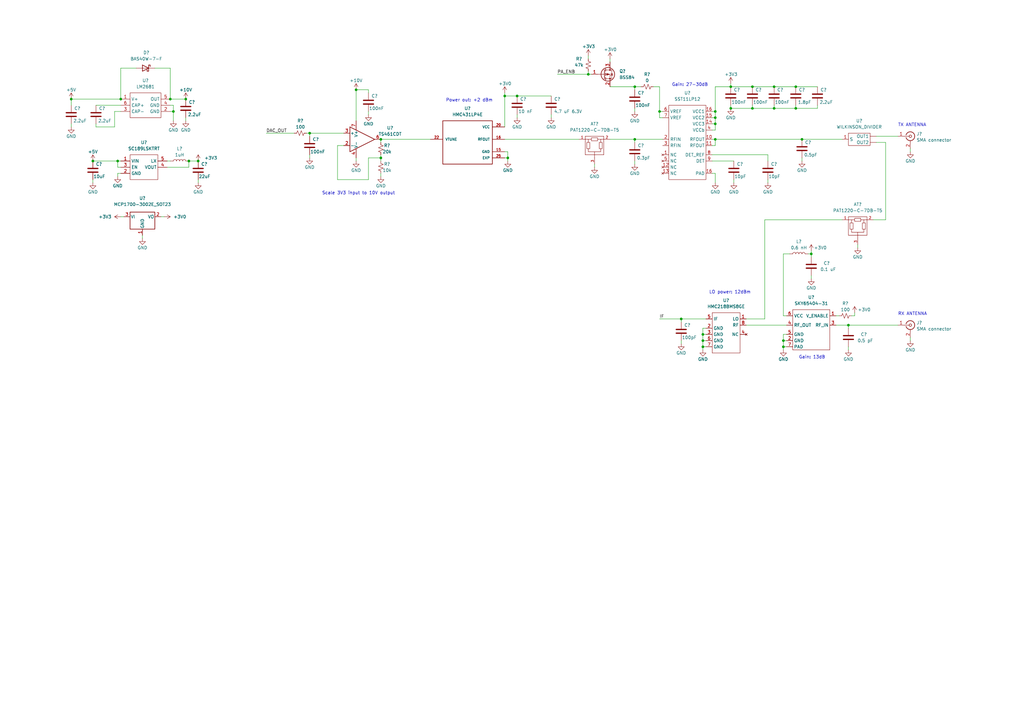
<source format=kicad_sch>
(kicad_sch (version 20211123) (generator eeschema)
  (paper "A3")
  (lib_symbols
    (symbol "Device:C" (pin_numbers hide) (pin_names (offset 0.254))
      (property "Reference" "C" (at 0.635 2.54 0))
      (property "Value" "C" (at 0.635 -2.54 0))
      (symbol "C_0_1"
        (polyline (pts (xy -2.032 -0.762) (xy 2.032 -0.762)) (stroke (width 0.508)))
        (polyline (pts (xy -2.032 0.762) (xy 2.032 0.762)) (stroke (width 0.508)))
      )
      (symbol "C_1_1"
        (pin passive line (at 0 3.81 270) (length 2.794) (name "~") (number "1"))
        (pin passive line (at 0 -3.81 90) (length 2.794) (name "~") (number "2"))
      )
    )
    (symbol "Device:D_Schottky" (pin_numbers hide) (pin_names (offset 1.016) hide)
      (property "Reference" "D" (at 0 2.54 0))
      (property "Value" "D_Schottky" (at 0 -2.54 0))
      (symbol "D_Schottky_0_1"
        (polyline (pts (xy 1.27 0) (xy -1.27 0)))
        (polyline (pts (xy 1.27 1.27) (xy 1.27 -1.27) (xy -1.27 0) (xy 1.27 1.27)) (stroke (width 0.254)))
        (polyline (pts (xy -1.905 0.635) (xy -1.905 1.27) (xy -1.27 1.27) (xy -1.27 -1.27) (xy -0.635 -1.27) (xy -0.635 -0.635)) (stroke (width 0.254)))
      )
      (symbol "D_Schottky_1_1"
        (pin passive line (at -3.81 0 0) (length 2.54) (name "K") (number "1"))
        (pin passive line (at 3.81 0 180) (length 2.54) (name "A") (number "2"))
      )
    )
    (symbol "Device:L" (pin_numbers hide) (pin_names (offset 1.016) hide)
      (property "Reference" "L" (at -1.27 0 90))
      (property "Value" "L" (at 1.905 0 90))
      (symbol "L_0_1"
        (arc (start 0 -2.54) (mid 0.635 -1.905) (end 0 -1.27))
        (arc (start 0 -1.27) (mid 0.635 -0.635) (end 0 0))
        (arc (start 0 0) (mid 0.635 0.635) (end 0 1.27))
        (arc (start 0 1.27) (mid 0.635 1.905) (end 0 2.54))
      )
      (symbol "L_1_1"
        (pin passive line (at 0 3.81 270) (length 1.27) (name "1") (number "1"))
        (pin passive line (at 0 -3.81 90) (length 1.27) (name "2") (number "2"))
      )
    )
    (symbol "Device:R_Small_US" (pin_numbers hide) (pin_names (offset 0.254) hide)
      (property "Reference" "R" (at 0.762 0.508 0))
      (property "Value" "R_Small_US" (at 0.762 -1.016 0))
      (symbol "R_Small_US_1_1"
        (polyline (pts (xy 0 0) (xy 1.016 -0.381) (xy 0 -0.762) (xy -1.016 -1.143) (xy 0 -1.524)))
        (polyline (pts (xy 0 1.524) (xy 1.016 1.143) (xy 0 0.762) (xy -1.016 0.381) (xy 0 0)))
        (pin passive line (at 0 2.54 270) (length 1.016) (name "~") (number "1"))
        (pin passive line (at 0 -2.54 90) (length 1.016) (name "~") (number "2"))
      )
    )
    (symbol "PAT1220-C-1DB-T5_1" (pin_names (offset 1.016) hide)
      (property "Reference" "AT" (at -3.81 3.81 0))
      (property "Value" "PAT1220-C-1DB-T5_1" (at 2.54 -7.6454 0))
      (symbol "PAT1220-C-1DB-T5_1_0_0"
        (pin passive line (at -6.35 2.54 0) (length 2.54) (name "~") (number "1"))
        (pin passive line (at 6.35 2.54 180) (length 2.54) (name "~") (number "2"))
        (pin passive line (at 0 -7.62 90) (length 2.54) (name "~") (number "3"))
      )
      (symbol "PAT1220-C-1DB-T5_1_1_1"
        (polyline (pts (xy -3.81 2.54) (xy -1.27 2.54)))
        (polyline (pts (xy -2.54 1.27) (xy -2.54 2.54)))
        (polyline (pts (xy 0 -5.08) (xy 0 -2.54)))
        (polyline (pts (xy 1.27 2.54) (xy 3.81 2.54)))
        (polyline (pts (xy 2.54 1.27) (xy 2.54 2.54)))
        (polyline (pts (xy -2.54 -1.27) (xy -2.54 -2.54) (xy 2.54 -2.54) (xy 2.54 -1.27)))
        (polyline (pts (xy -3.81 3.81) (xy -3.81 -3.81) (xy 3.81 -3.81) (xy 3.81 3.81) (xy -3.81 3.81)))
        (polyline (pts (xy -2.54 1.27) (xy -1.905 1.27) (xy -1.905 -1.27) (xy -3.175 -1.27) (xy -3.175 1.27) (xy -2.54 1.27)))
        (polyline (pts (xy -1.27 2.54) (xy -1.27 3.175) (xy 1.27 3.175) (xy 1.27 1.905) (xy -1.27 1.905) (xy -1.27 2.54)))
        (polyline (pts (xy 1.905 1.27) (xy 3.175 1.27) (xy 3.175 -1.27) (xy 1.905 -1.27) (xy 1.905 1.27) (xy 1.905 1.27)))
      )
    )
    (symbol "Regulator_Linear:MCP1700-3002E_SOT23" (pin_names (offset 0.254))
      (property "Reference" "U?" (at 0 7.62 0))
      (property "Value" "MCP1700-3002E_SOT23" (at 0 5.08 0))
      (symbol "MCP1700-3002E_SOT23_0_1"
        (rectangle (start -5.08 1.905) (end 5.08 -5.08) (stroke (width 0.254)))
      )
      (symbol "MCP1700-3002E_SOT23_1_1"
        (pin power_in line (at 0 -7.62 90) (length 2.54) (name "GND") (number "1"))
        (pin power_out line (at 7.62 0 180) (length 2.54) (name "VO") (number "2"))
        (pin power_in line (at -7.62 0 0) (length 2.54) (name "VI") (number "3"))
      )
    )
    (symbol "TS461CDT_1" (pin_names (offset 0.127))
      (property "Reference" "U" (at 0 5.08 0))
      (property "Value" "TS461CDT_1" (at 0 -5.08 0))
      (symbol "TS461CDT_1_0_1"
        (polyline (pts (xy -5.08 5.08) (xy 5.08 0) (xy -5.08 -5.08) (xy -5.08 5.08)) (stroke (width 0.254)))
        (pin power_in line (at -2.54 -7.62 90) (length 3.81) (name "V-") (number "4"))
        (pin power_in line (at -2.54 7.62 270) (length 3.81) (name "V+") (number "7"))
      )
      (symbol "TS461CDT_1_1_1"
        (pin input line (at -7.62 -2.54 0) (length 2.54) (name "-") (number "2"))
        (pin input line (at -7.62 2.54 0) (length 2.54) (name "+") (number "3"))
        (pin output line (at 7.62 0 180) (length 2.54) (name "~") (number "6"))
      )
    )
    (symbol "Transistor_FET:BSS84" (pin_names hide)
      (property "Reference" "Q" (at 5.08 1.905 0))
      (property "Value" "BSS84" (at 5.08 0 0))
      (symbol "BSS84_0_1"
        (polyline (pts (xy 0.254 0) (xy -2.54 0)))
        (polyline (pts (xy 0.254 1.905) (xy 0.254 -1.905)) (stroke (width 0.254)))
        (polyline (pts (xy 0.762 -1.27) (xy 0.762 -2.286)) (stroke (width 0.254)))
        (polyline (pts (xy 0.762 0.508) (xy 0.762 -0.508)) (stroke (width 0.254)))
        (polyline (pts (xy 0.762 2.286) (xy 0.762 1.27)) (stroke (width 0.254)))
        (polyline (pts (xy 2.54 2.54) (xy 2.54 1.778)))
        (polyline (pts (xy 2.54 -2.54) (xy 2.54 0) (xy 0.762 0)))
        (polyline (pts (xy 0.762 1.778) (xy 3.302 1.778) (xy 3.302 -1.778) (xy 0.762 -1.778)))
        (polyline (pts (xy 2.286 0) (xy 1.27 0.381) (xy 1.27 -0.381) (xy 2.286 0)) (fill (type outline)))
        (polyline (pts (xy 2.794 -0.508) (xy 2.921 -0.381) (xy 3.683 -0.381) (xy 3.81 -0.254)))
        (polyline (pts (xy 3.302 -0.381) (xy 2.921 0.254) (xy 3.683 0.254) (xy 3.302 -0.381)))
        (circle (center 1.651 0) (radius 2.794) (stroke (width 0.254)))
        (circle (center 2.54 -1.778) (radius 0.254) (fill (type outline)))
        (circle (center 2.54 1.778) (radius 0.254) (fill (type outline)))
      )
      (symbol "BSS84_1_1"
        (pin input line (at -5.08 0 0) (length 2.54) (name "G") (number "1"))
        (pin passive line (at 2.54 -5.08 90) (length 2.54) (name "S") (number "2"))
        (pin passive line (at 2.54 5.08 270) (length 2.54) (name "D") (number "3"))
      )
    )
    (symbol "ccr-library:HMC218BMS8GE"
      (property "Reference" "U" (at 0 1.27 0))
      (property "Value" "HMC218BMS8GE" (at 7.62 -17.78 0))
      (symbol "HMC218BMS8GE_0_1"
        (rectangle (start 0 0) (end 11.43 -16.51))
      )
      (symbol "HMC218BMS8GE_1_1"
        (pin input line (at -2.54 -2.54 0) (length 2.54) (name "LO") (number "1"))
        (pin power_in line (at 13.97 -6.35 180) (length 2.54) (name "GND") (number "2"))
        (pin power_in line (at 13.97 -8.89 180) (length 2.54) (name "GND") (number "3"))
        (pin no_connect line (at -2.54 -8.89 0) (length 2.54) (name "NC") (number "4"))
        (pin output line (at 13.97 -2.54 180) (length 2.54) (name "IF") (number "5"))
        (pin power_in line (at 13.97 -11.43 180) (length 2.54) (name "GND") (number "6"))
        (pin power_in line (at 13.97 -13.97 180) (length 2.54) (name "GND") (number "7"))
        (pin input line (at -2.54 -5.08 0) (length 2.54) (name "RF") (number "8"))
      )
    )
    (symbol "ccr-library:HMC431LP4E" (pin_names (offset 1.016))
      (property "Reference" "U?" (at 0 13.97 0))
      (property "Value" "HMC431LP4E" (at 0 11.43 0))
      (symbol "HMC431LP4E_0_0"
        (rectangle (start -10.16 -8.89) (end 10.16 8.89) (stroke (width 0.254)))
        (pin passive line (at 15.24 -3.81 180) (length 5.08) (name "GND") (number "15"))
        (pin output line (at 15.24 1.27 180) (length 5.08) (name "RFOUT") (number "16"))
        (pin power_in line (at 15.24 6.35 180) (length 5.08) (name "VCC") (number "20"))
        (pin input line (at -15.24 1.27 0) (length 5.08) (name "VTUNE") (number "22"))
        (pin passive line (at 15.24 -6.35 180) (length 5.08) (name "EXP") (number "25"))
      )
    )
    (symbol "ccr-library:LM2681"
      (property "Reference" "U" (at 0 1.27 0))
      (property "Value" "LM2681" (at 3.81 -11.43 0))
      (symbol "LM2681_0_1"
        (rectangle (start 0 0) (end 12.7 -10.16))
        (pin power_in line (at -3.81 -2.54 0) (length 3.81) (name "V+") (number "1"))
        (pin input line (at 16.51 -7.62 180) (length 3.81) (name "GND") (number "2"))
        (pin passive line (at -3.81 -7.62 0) (length 3.81) (name "CAP-") (number "3"))
        (pin input line (at 16.51 -5.08 180) (length 3.81) (name "GND") (number "4"))
        (pin power_out line (at 16.51 -2.54 180) (length 3.81) (name "OUT") (number "5"))
        (pin passive line (at -3.81 -5.08 0) (length 3.81) (name "CAP+") (number "6"))
      )
    )
    (symbol "ccr-library:SC189LSKTRT"
      (property "Reference" "U" (at 0 0 0))
      (property "Value" "SC189LSKTRT" (at 0 0 0))
      (symbol "SC189LSKTRT_0_1"
        (rectangle (start 0 0) (end 11.43 -10.16))
        (pin power_in line (at -3.81 -2.54 0) (length 3.81) (name "VIN") (number "1"))
        (pin power_in line (at -3.81 -7.62 0) (length 3.81) (name "GND") (number "2"))
        (pin input line (at -3.81 -5.08 0) (length 3.81) (name "EN") (number "3"))
        (pin power_out line (at 15.24 -5.08 180) (length 3.81) (name "VOUT") (number "4"))
        (pin output line (at 15.24 -2.54 180) (length 3.81) (name "LX") (number "5"))
      )
    )
    (symbol "ccr-library:SKY65404-31"
      (property "Reference" "U" (at 0 1.27 0))
      (property "Value" "SKY65404-31" (at 6.35 -17.78 0))
      (symbol "SKY65404-31_0_1"
        (rectangle (start 0 0) (end 15.24 -16.51))
      )
      (symbol "SKY65404-31_1_1"
        (pin input line (at -2.54 -2.54 0) (length 2.54) (name "V_ENABLE") (number "1"))
        (pin power_in line (at 17.78 -12.7 180) (length 2.54) (name "GND") (number "2"))
        (pin input line (at -2.54 -6.35 0) (length 2.54) (name "RF_IN") (number "3"))
        (pin output line (at 17.78 -6.35 180) (length 2.54) (name "RF_OUT") (number "4"))
        (pin power_in line (at 17.78 -10.16 180) (length 2.54) (name "GND") (number "5"))
        (pin power_in line (at 17.78 -2.54 180) (length 2.54) (name "VCC") (number "6"))
        (pin power_in line (at 17.78 -15.24 180) (length 2.54) (name "PAD") (number "7"))
      )
    )
    (symbol "ccr-library:SMA connector" (pin_names (offset 1.016) hide)
      (property "Reference" "J" (at 0.254 3.048 0))
      (property "Value" "SMA connector" (at 2.921 0 90))
      (symbol "SMA connector_0_1"
        (arc (start -1.778 -0.508) (mid 0.222 -1.808) (end 1.778 0) (stroke (width 0.254)))
        (polyline (pts (xy -2.54 0) (xy -0.508 0)))
        (polyline (pts (xy 0 -2.54) (xy 0 -1.778)))
        (circle (center 0 0) (radius 0.508) (stroke (width 0.2032)))
        (arc (start 1.778 0) (mid 0.222 1.8083) (end -1.778 0.508) (stroke (width 0.254)))
      )
      (symbol "SMA connector_1_1"
        (pin passive line (at -5.08 0 0) (length 2.54) (name "In") (number "1"))
        (pin passive line (at 0 -5.08 90) (length 2.54) (name "Ext") (number "2"))
      )
    )
    (symbol "ccr-library:SST11LP12"
      (property "Reference" "U" (at 1.27 1.27 0))
      (property "Value" "SST11LP12" (at 5.08 -31.75 0))
      (symbol "SST11LP12_0_1"
        (rectangle (start 0 0) (end 15.24 -30.48))
      )
      (symbol "SST11LP12_1_1"
        (pin no_connect line (at -2.54 -20.32 0) (length 2.54) (name "NC") (number "1"))
        (pin power_in line (at 17.78 -13.97 180) (length 2.54) (name "RFOUT") (number "10"))
        (pin power_in line (at 17.78 -16.51 180) (length 2.54) (name "RFOUT") (number "11"))
        (pin no_connect line (at -2.54 -25.4 0) (length 2.54) (name "NC") (number "12"))
        (pin no_connect line (at -2.54 -27.94 0) (length 2.54) (name "NC") (number "13"))
        (pin power_in line (at 17.78 -7.62 180) (length 2.54) (name "VCC3") (number "14"))
        (pin power_in line (at 17.78 -5.08 180) (length 2.54) (name "VCC2") (number "15"))
        (pin power_in line (at 17.78 -27.94 180) (length 2.54) (name "PAD") (number "16"))
        (pin power_in line (at 17.78 -2.54 180) (length 2.54) (name "VCC1") (number "16"))
        (pin input line (at -2.54 -13.97 0) (length 2.54) (name "RFIN") (number "2"))
        (pin input line (at -2.54 -16.51 0) (length 2.54) (name "RFIN") (number "3"))
        (pin power_in line (at 17.78 -10.16 180) (length 2.54) (name "VCCb") (number "4"))
        (pin no_connect line (at -2.54 -22.86 0) (length 2.54) (name "NC") (number "5"))
        (pin power_in line (at -2.54 -2.54 0) (length 2.54) (name "VREF") (number "6"))
        (pin power_in line (at -2.54 -5.08 0) (length 2.54) (name "VREF") (number "7"))
        (pin power_in line (at 17.78 -20.32 180) (length 2.54) (name "DET_REF") (number "8"))
        (pin power_in line (at 17.78 -22.86 180) (length 2.54) (name "DET") (number "9"))
      )
    )
    (symbol "ccr-library:WILKINSON_DIVIDER"
      (property "Reference" "U" (at 0 1.27 0))
      (property "Value" "WILKINSON_DIVIDER" (at 3.81 -10.16 0))
      (symbol "WILKINSON_DIVIDER_0_1"
        (rectangle (start 0 0) (end 8.89 -5.08))
      )
      (symbol "WILKINSON_DIVIDER_1_1"
        (pin output line (at 11.43 -1.27 180) (length 2.54) (name "OUT1") (number ""))
        (pin output line (at 11.43 -3.81 180) (length 2.54) (name "OUT2") (number ""))
        (pin input line (at -2.54 -2.54 0) (length 2.54) (name "S") (number "1"))
      )
    )
    (symbol "power:+10V" (power) (pin_names (offset 0))
      (property "Value" "+10V" (at 0 3.556 0))
      (symbol "+10V_0_1"
        (polyline (pts (xy -0.762 1.27) (xy 0 2.54)))
        (polyline (pts (xy 0 0) (xy 0 2.54)))
        (polyline (pts (xy 0 2.54) (xy 0.762 1.27)))
      )
      (symbol "+10V_1_1"
        (pin power_in line (at 0 0 90) (length 0) hide (name "+10V") (number "1"))
      )
    )
    (symbol "power:+3V0" (power) (pin_names (offset 0))
      (property "Value" "+3V0" (at 0 3.556 0))
      (symbol "+3V0_0_1"
        (polyline (pts (xy -0.762 1.27) (xy 0 2.54)))
        (polyline (pts (xy 0 0) (xy 0 2.54)))
        (polyline (pts (xy 0 2.54) (xy 0.762 1.27)))
      )
      (symbol "+3V0_1_1"
        (pin power_in line (at 0 0 90) (length 0) hide (name "+3V0") (number "1"))
      )
    )
    (symbol "power:+3V3" (power) (pin_names (offset 0))
      (property "Value" "+3V3" (at 0 3.556 0))
      (symbol "+3V3_0_1"
        (polyline (pts (xy -0.762 1.27) (xy 0 2.54)))
        (polyline (pts (xy 0 0) (xy 0 2.54)))
        (polyline (pts (xy 0 2.54) (xy 0.762 1.27)))
      )
      (symbol "+3V3_1_1"
        (pin power_in line (at 0 0 90) (length 0) hide (name "+3V3") (number "1"))
      )
    )
    (symbol "power:+5V" (power) (pin_names (offset 0))
      (property "Value" "+5V" (at 0 3.556 0))
      (symbol "+5V_0_1"
        (polyline (pts (xy -0.762 1.27) (xy 0 2.54)))
        (polyline (pts (xy 0 0) (xy 0 2.54)))
        (polyline (pts (xy 0 2.54) (xy 0.762 1.27)))
      )
      (symbol "+5V_1_1"
        (pin power_in line (at 0 0 90) (length 0) hide (name "+5V") (number "1"))
      )
    )
    (symbol "power:GND" (power) (pin_names (offset 0))
      (property "Value" "GND" (at 0 -3.81 0))
      (symbol "GND_0_1"
        (polyline (pts (xy 0 0) (xy 0 -1.27) (xy 1.27 -1.27) (xy 0 -2.54) (xy -1.27 -1.27) (xy 0 -1.27)))
      )
      (symbol "GND_1_1"
        (pin power_in line (at 0 0 270) (length 0) hide (name "GND") (number "1"))
      )
    )
  )
  (junction (at 326.39 44.45))
  (junction (at 207.01 39.37))
  (junction (at 156.21 64.77))
  (junction (at 293.37 57.15))
  (junction (at 71.12 45.72))
  (junction (at 241.3 30.48))
  (junction (at 288.29 137.16))
  (junction (at 49.53 40.64))
  (junction (at 29.21 40.64))
  (junction (at 77.47 66.04))
  (junction (at 127 54.61))
  (junction (at 299.72 35.56))
  (junction (at 299.72 44.45))
  (junction (at 293.37 50.8))
  (junction (at 317.5 44.45))
  (junction (at 332.74 104.14))
  (junction (at 328.93 57.15))
  (junction (at 208.28 64.77))
  (junction (at 212.09 39.37))
  (junction (at 81.28 66.04))
  (junction (at 270.51 45.72))
  (junction (at 146.05 36.83))
  (junction (at 326.39 35.56))
  (junction (at 260.35 57.15))
  (junction (at 69.85 40.64))
  (junction (at 293.37 45.72))
  (junction (at 317.5 35.56))
  (junction (at 48.26 66.04))
  (junction (at 321.31 142.24))
  (junction (at 308.61 35.56))
  (junction (at 156.21 57.15))
  (junction (at 321.31 139.7))
  (junction (at 260.35 35.56))
  (junction (at 279.4 130.81))
  (junction (at 347.98 133.35))
  (junction (at 288.29 142.24))
  (junction (at 308.61 44.45))
  (junction (at 293.37 48.26))
  (junction (at 38.1 66.04))
  (junction (at 76.2 40.64))
  (junction (at 288.29 139.7))
  (wire (pts (xy 350.52 129.54) (xy 350.52 128.27)))
  (wire (pts (xy 208.28 62.23) (xy 207.01 62.23)))
  (wire (pts (xy 151.13 73.66) (xy 151.13 64.77)))
  (wire (pts (xy 293.37 57.15) (xy 328.93 57.15)))
  (wire (pts (xy 328.93 57.15) (xy 345.44 57.15)))
  (wire (pts (xy 151.13 36.83) (xy 151.13 38.1)))
  (wire (pts (xy 38.1 66.04) (xy 48.26 66.04)))
  (wire (pts (xy 308.61 35.56) (xy 317.5 35.56)))
  (wire (pts (xy 292.1 59.69) (xy 293.37 59.69)))
  (wire (pts (xy 347.98 133.35) (xy 368.3 133.35)))
  (wire (pts (xy 293.37 48.26) (xy 293.37 45.72)))
  (wire (pts (xy 151.13 45.72) (xy 151.13 46.99)))
  (wire (pts (xy 322.58 129.54) (xy 321.31 129.54)))
  (wire (pts (xy 69.85 45.72) (xy 71.12 45.72)))
  (wire (pts (xy 151.13 64.77) (xy 156.21 64.77)))
  (wire (pts (xy 335.28 44.45) (xy 326.39 44.45)))
  (wire (pts (xy 29.21 50.8) (xy 29.21 52.07)))
  (wire (pts (xy 138.43 73.66) (xy 151.13 73.66)))
  (wire (pts (xy 308.61 43.18) (xy 308.61 44.45)))
  (wire (pts (xy 288.29 139.7) (xy 288.29 137.16)))
  (wire (pts (xy 292.1 57.15) (xy 293.37 57.15)))
  (wire (pts (xy 292.1 71.12) (xy 293.37 71.12)))
  (wire (pts (xy 46.99 52.07) (xy 46.99 45.72)))
  (wire (pts (xy 292.1 45.72) (xy 293.37 45.72)))
  (wire (pts (xy 212.09 39.37) (xy 226.06 39.37)))
  (wire (pts (xy 29.21 40.64) (xy 49.53 40.64)))
  (wire (pts (xy 127 63.5) (xy 127 64.77)))
  (wire (pts (xy 69.85 40.64) (xy 76.2 40.64)))
  (wire (pts (xy 373.38 138.43) (xy 373.38 139.7)))
  (wire (pts (xy 332.74 104.14) (xy 332.74 105.41)))
  (wire (pts (xy 77.47 68.58) (xy 77.47 66.04)))
  (wire (pts (xy 146.05 49.53) (xy 146.05 36.83)))
  (wire (pts (xy 314.96 73.66) (xy 314.96 74.93)))
  (wire (pts (xy 363.22 58.42) (xy 363.22 90.17)))
  (wire (pts (xy 321.31 142.24) (xy 322.58 142.24)))
  (wire (pts (xy 363.22 90.17) (xy 358.14 90.17)))
  (wire (pts (xy 293.37 50.8) (xy 293.37 48.26)))
  (wire (pts (xy 207.01 38.1) (xy 207.01 39.37)))
  (wire (pts (xy 63.5 27.94) (xy 69.85 27.94)))
  (wire (pts (xy 373.38 60.96) (xy 373.38 62.23)))
  (wire (pts (xy 293.37 59.69) (xy 293.37 57.15)))
  (wire (pts (xy 207.01 64.77) (xy 208.28 64.77)))
  (wire (pts (xy 48.26 66.04) (xy 49.53 66.04)))
  (wire (pts (xy 332.74 113.03) (xy 332.74 114.3)))
  (wire (pts (xy 138.43 59.69) (xy 138.43 73.66)))
  (wire (pts (xy 270.51 130.81) (xy 279.4 130.81)))
  (wire (pts (xy 347.98 133.35) (xy 347.98 134.62)))
  (wire (pts (xy 207.01 57.15) (xy 237.49 57.15)))
  (wire (pts (xy 321.31 137.16) (xy 322.58 137.16)))
  (wire (pts (xy 81.28 73.66) (xy 81.28 74.93)))
  (wire (pts (xy 243.84 67.31) (xy 243.84 68.58)))
  (wire (pts (xy 326.39 43.18) (xy 326.39 44.45)))
  (wire (pts (xy 293.37 35.56) (xy 299.72 35.56)))
  (wire (pts (xy 39.37 50.8) (xy 39.37 52.07)))
  (wire (pts (xy 317.5 43.18) (xy 317.5 44.45)))
  (wire (pts (xy 38.1 73.66) (xy 38.1 74.93)))
  (wire (pts (xy 292.1 48.26) (xy 293.37 48.26)))
  (wire (pts (xy 345.44 90.17) (xy 313.69 90.17)))
  (wire (pts (xy 332.74 102.87) (xy 332.74 104.14)))
  (wire (pts (xy 241.3 29.21) (xy 241.3 30.48)))
  (wire (pts (xy 77.47 66.04) (xy 81.28 66.04)))
  (wire (pts (xy 326.39 35.56) (xy 335.28 35.56)))
  (wire (pts (xy 299.72 43.18) (xy 299.72 44.45)))
  (wire (pts (xy 250.19 24.13) (xy 250.19 25.4)))
  (wire (pts (xy 46.99 45.72) (xy 49.53 45.72)))
  (wire (pts (xy 39.37 43.18) (xy 49.53 43.18)))
  (wire (pts (xy 321.31 129.54) (xy 321.31 104.14)))
  (wire (pts (xy 140.97 59.69) (xy 138.43 59.69)))
  (wire (pts (xy 321.31 139.7) (xy 322.58 139.7)))
  (wire (pts (xy 279.4 132.08) (xy 279.4 130.81)))
  (wire (pts (xy 292.1 53.34) (xy 293.37 53.34)))
  (wire (pts (xy 299.72 34.29) (xy 299.72 35.56)))
  (wire (pts (xy 349.25 129.54) (xy 350.52 129.54)))
  (wire (pts (xy 270.51 45.72) (xy 271.78 45.72)))
  (wire (pts (xy 317.5 44.45) (xy 308.61 44.45)))
  (wire (pts (xy 299.72 35.56) (xy 308.61 35.56)))
  (wire (pts (xy 212.09 46.99) (xy 212.09 48.26)))
  (wire (pts (xy 156.21 64.77) (xy 156.21 66.04)))
  (wire (pts (xy 288.29 134.62) (xy 289.56 134.62)))
  (wire (pts (xy 270.51 35.56) (xy 270.51 45.72)))
  (wire (pts (xy 292.1 50.8) (xy 293.37 50.8)))
  (wire (pts (xy 49.53 68.58) (xy 48.26 68.58)))
  (wire (pts (xy 146.05 36.83) (xy 151.13 36.83)))
  (wire (pts (xy 71.12 43.18) (xy 71.12 45.72)))
  (wire (pts (xy 267.97 35.56) (xy 270.51 35.56)))
  (wire (pts (xy 260.35 58.42) (xy 260.35 57.15)))
  (wire (pts (xy 288.29 142.24) (xy 288.29 139.7)))
  (wire (pts (xy 351.79 100.33) (xy 351.79 101.6)))
  (wire (pts (xy 49.53 27.94) (xy 49.53 40.64)))
  (wire (pts (xy 127 54.61) (xy 140.97 54.61)))
  (wire (pts (xy 292.1 63.5) (xy 314.96 63.5)))
  (wire (pts (xy 109.22 54.61) (xy 120.65 54.61)))
  (wire (pts (xy 260.35 36.83) (xy 260.35 35.56)))
  (wire (pts (xy 48.26 71.12) (xy 49.53 71.12)))
  (wire (pts (xy 39.37 52.07) (xy 46.99 52.07)))
  (wire (pts (xy 359.41 58.42) (xy 363.22 58.42)))
  (wire (pts (xy 228.6 30.48) (xy 241.3 30.48)))
  (wire (pts (xy 300.99 73.66) (xy 300.99 74.93)))
  (wire (pts (xy 48.26 72.39) (xy 48.26 71.12)))
  (wire (pts (xy 308.61 44.45) (xy 299.72 44.45)))
  (wire (pts (xy 260.35 35.56) (xy 262.89 35.56)))
  (wire (pts (xy 260.35 44.45) (xy 260.35 45.72)))
  (wire (pts (xy 66.04 88.9) (xy 67.31 88.9)))
  (wire (pts (xy 208.28 66.04) (xy 208.28 64.77)))
  (wire (pts (xy 207.01 39.37) (xy 212.09 39.37)))
  (wire (pts (xy 321.31 104.14) (xy 323.85 104.14)))
  (wire (pts (xy 293.37 45.72) (xy 293.37 35.56)))
  (wire (pts (xy 270.51 48.26) (xy 271.78 48.26)))
  (wire (pts (xy 306.07 133.35) (xy 322.58 133.35)))
  (wire (pts (xy 321.31 142.24) (xy 321.31 139.7)))
  (wire (pts (xy 306.07 130.81) (xy 313.69 130.81)))
  (wire (pts (xy 260.35 57.15) (xy 271.78 57.15)))
  (wire (pts (xy 241.3 22.86) (xy 241.3 24.13)))
  (wire (pts (xy 71.12 45.72) (xy 71.12 49.53)))
  (wire (pts (xy 331.47 104.14) (xy 332.74 104.14)))
  (wire (pts (xy 347.98 142.24) (xy 347.98 143.51)))
  (wire (pts (xy 342.9 133.35) (xy 347.98 133.35)))
  (wire (pts (xy 208.28 64.77) (xy 208.28 62.23)))
  (wire (pts (xy 270.51 45.72) (xy 270.51 48.26)))
  (wire (pts (xy 69.85 27.94) (xy 69.85 40.64)))
  (wire (pts (xy 293.37 53.34) (xy 293.37 50.8)))
  (wire (pts (xy 279.4 130.81) (xy 289.56 130.81)))
  (wire (pts (xy 321.31 143.51) (xy 321.31 142.24)))
  (wire (pts (xy 326.39 44.45) (xy 317.5 44.45)))
  (wire (pts (xy 313.69 90.17) (xy 313.69 130.81)))
  (wire (pts (xy 321.31 139.7) (xy 321.31 137.16)))
  (wire (pts (xy 156.21 57.15) (xy 156.21 58.42)))
  (wire (pts (xy 29.21 43.18) (xy 29.21 40.64)))
  (wire (pts (xy 314.96 63.5) (xy 314.96 66.04)))
  (wire (pts (xy 288.29 142.24) (xy 289.56 142.24)))
  (wire (pts (xy 127 54.61) (xy 127 55.88)))
  (wire (pts (xy 156.21 63.5) (xy 156.21 64.77)))
  (wire (pts (xy 288.29 143.51) (xy 288.29 142.24)))
  (wire (pts (xy 68.58 66.04) (xy 69.85 66.04)))
  (wire (pts (xy 288.29 137.16) (xy 289.56 137.16)))
  (wire (pts (xy 292.1 66.04) (xy 300.99 66.04)))
  (wire (pts (xy 226.06 46.99) (xy 226.06 48.26)))
  (wire (pts (xy 68.58 68.58) (xy 77.47 68.58)))
  (wire (pts (xy 125.73 54.61) (xy 127 54.61)))
  (wire (pts (xy 69.85 43.18) (xy 71.12 43.18)))
  (wire (pts (xy 76.2 48.26) (xy 76.2 49.53)))
  (wire (pts (xy 55.88 27.94) (xy 49.53 27.94)))
  (wire (pts (xy 146.05 64.77) (xy 146.05 66.04)))
  (wire (pts (xy 335.28 43.18) (xy 335.28 44.45)))
  (wire (pts (xy 49.53 88.9) (xy 50.8 88.9)))
  (wire (pts (xy 207.01 52.07) (xy 207.01 39.37)))
  (wire (pts (xy 288.29 139.7) (xy 289.56 139.7)))
  (wire (pts (xy 48.26 68.58) (xy 48.26 66.04)))
  (wire (pts (xy 156.21 57.15) (xy 176.53 57.15)))
  (wire (pts (xy 241.3 30.48) (xy 242.57 30.48)))
  (wire (pts (xy 288.29 137.16) (xy 288.29 134.62)))
  (wire (pts (xy 58.42 97.79) (xy 58.42 96.52)))
  (wire (pts (xy 156.21 71.12) (xy 156.21 72.39)))
  (wire (pts (xy 317.5 35.56) (xy 326.39 35.56)))
  (wire (pts (xy 293.37 71.12) (xy 293.37 74.93)))
  (wire (pts (xy 260.35 66.04) (xy 260.35 67.31)))
  (wire (pts (xy 359.41 55.88) (xy 368.3 55.88)))
  (wire (pts (xy 250.19 35.56) (xy 260.35 35.56)))
  (wire (pts (xy 342.9 129.54) (xy 344.17 129.54)))
  (wire (pts (xy 250.19 57.15) (xy 260.35 57.15)))
  (wire (pts (xy 328.93 64.77) (xy 328.93 66.04)))
  (wire (pts (xy 279.4 139.7) (xy 279.4 140.97)))
  (text "RX ANTENNA" (at 368.3 129.54 0) (effects (font (size 1.27 1.27)) (justify left bottom)))
  (text "Gain: 13dB" (at 327.66 147.32 0) (effects (font (size 1.27 1.27)) (justify left bottom)))
  (text "LO power: 12dBm" (at 290.83 120.65 0) (effects (font (size 1.27 1.27)) (justify left bottom)))
  (text "Power out: +2 dBm" (at 182.88 41.91 0) (effects (font (size 1.27 1.27)) (justify left bottom)))
  (text "Scale 3V3 input to 10V output" (at 132.08 80.01 0) (effects (font (size 1.27 1.27)) (justify left bottom)))
  (text "Gain: 27-30dB" (at 275.59 35.56 0) (effects (font (size 1.27 1.27)) (justify left bottom)))
  (text "TX ANTENNA" (at 368.3 52.07 0) (effects (font (size 1.27 1.27)) (justify left bottom)))
  (label "PA_ENB" (at 228.6 30.48 0))
  (label "IF" (at 270.51 130.81 0))
  (label "DAC_OUT" (at 109.22 54.61 0))
  (symbol (lib_id "Device:C") (at 328.93 60.96 0) (mirror y) (unit 1)
    (property "Reference" "C?" (at 332.74 58.42 0) (effects (justify left)))
    (property "Value" "0.5pF" (at 335.28 63.5 0) (effects (justify left)))
    (property "Footprint" "Capacitor_SMD:C_0402_1005Metric" (effects hide))
  )
  (symbol (lib_id "power:GND") (at 76.2 49.53 0) (unit 1)
    (property "Reference" "#PWR?" (effects hide))
    (property "Value" "GND" (at 76.2 53.34 0))
  )
  (symbol (lib_id "Device:D_Schottky") (at 59.69 27.94 0) (mirror y) (unit 1)
    (property "Reference" "D?" (at 60.0075 21.59 0))
    (property "Value" "BAS40W-7-F" (at 60.0075 24.13 0))
    (property "Footprint" "Package_TO_SOT_SMD:SOT-323_SC-70" (effects hide))
  )
  (symbol (lib_id "power:GND") (at 299.72 44.45 0) (unit 1)
    (property "Reference" "#PWR?" (effects hide))
    (property "Value" "GND" (at 299.72 48.26 0))
  )
  (symbol (lib_name "PAT1220-C-1DB-T5_1") (lib_id "ccr-library:PAT1220-C-1DB-T5") (at 243.84 59.69 0) (unit 1)
    (property "Reference" "AT?" (at 243.84 50.8 0))
    (property "Value" "PAT1220-C-7DB-T5" (at 243.84 53.34 0))
    (property "Footprint" "ccr-footprints:ATTN_PAT1220-C-1DB-T5" (effects hide))
    (property "MANUFACTURER" "SUSUMU" (effects hide))
    (property "STANDARD" "Manufacturer Recommendation" (effects hide))
  )
  (symbol (lib_id "power:GND") (at 243.84 68.58 0) (unit 1)
    (property "Reference" "#PWR?" (effects hide))
    (property "Value" "GND" (at 243.84 72.39 0))
  )
  (symbol (lib_id "Device:R_Small_US") (at 156.21 68.58 0) (unit 1)
    (property "Reference" "R?" (at 158.75 67.31 0))
    (property "Value" "10k" (at 158.75 69.85 0))
    (property "Footprint" "Resistor_SMD:R_0402_1005Metric" (effects hide))
  )
  (symbol (lib_id "power:+3V3") (at 299.72 34.29 0) (unit 1)
    (property "Reference" "#PWR?" (effects hide))
    (property "Value" "+3V3" (at 297.18 30.48 0) (effects (justify left)))
  )
  (symbol (lib_id "Device:C") (at 76.2 44.45 0) (mirror y) (unit 1)
    (property "Reference" "C?" (at 80.01 41.91 0) (effects (justify left)))
    (property "Value" "2.2uF" (at 82.55 46.99 0) (effects (justify left)))
    (property "Footprint" "Capacitor_SMD:C_0603_1608Metric" (effects hide))
  )
  (symbol (lib_id "power:GND") (at 127 64.77 0) (unit 1)
    (property "Reference" "#PWR?" (effects hide))
    (property "Value" "GND" (at 127 68.58 0))
  )
  (symbol (lib_id "Device:C") (at 332.74 109.22 0) (mirror y) (unit 1)
    (property "Reference" "C?" (at 340.36 107.95 0) (effects (justify left)))
    (property "Value" "0.1 uF" (at 342.9 110.49 0) (effects (justify left)))
    (property "Footprint" "Capacitor_SMD:C_0402_1005Metric" (effects hide))
  )
  (symbol (lib_id "power:GND") (at 58.42 97.79 0) (unit 1)
    (property "Reference" "#PWR?" (effects hide))
    (property "Value" "GND" (at 58.42 101.6 0))
  )
  (symbol (lib_id "power:GND") (at 351.79 101.6 0) (unit 1)
    (property "Reference" "#PWR?" (effects hide))
    (property "Value" "GND" (at 351.79 105.41 0))
  )
  (symbol (lib_name "TS461CDT_1") (lib_id "ccr-library:TS461CDT") (at 148.59 57.15 0) (unit 1)
    (property "Reference" "U?" (at 160.02 52.451 0))
    (property "Value" "TS461CDT" (at 160.02 54.991 0))
    (property "Footprint" "Package_SO:SOIC-8-1EP_3.9x4.9mm_P1.27mm_EP2.29x3mm" (effects hide))
  )
  (symbol (lib_id "power:GND") (at 260.35 67.31 0) (unit 1)
    (property "Reference" "#PWR?" (effects hide))
    (property "Value" "GND" (at 260.35 71.12 0))
  )
  (symbol (lib_id "Device:C") (at 38.1 69.85 0) (mirror y) (unit 1)
    (property "Reference" "C?" (at 41.91 67.31 0) (effects (justify left)))
    (property "Value" "10uF" (at 43.18 72.39 0) (effects (justify left)))
    (property "Footprint" "Capacitor_SMD:C_0805_2012Metric" (effects hide))
  )
  (symbol (lib_id "power:+3V0") (at 250.19 24.13 0) (unit 1)
    (property "Reference" "#PWR?" (effects hide))
    (property "Value" "+3V0" (at 247.65 20.32 0) (effects (justify left)))
  )
  (symbol (lib_id "power:+10V") (at 146.05 36.83 0) (unit 1)
    (property "Reference" "#PWR?" (effects hide))
    (property "Value" "+10V" (at 146.05 33.02 0))
  )
  (symbol (lib_id "Device:R_Small_US") (at 156.21 60.96 0) (unit 1)
    (property "Reference" "R?" (at 158.75 59.69 0))
    (property "Value" "20k" (at 158.75 62.23 0))
    (property "Footprint" "Resistor_SMD:R_0402_1005Metric" (effects hide))
  )
  (symbol (lib_id "power:GND") (at 260.35 45.72 0) (unit 1)
    (property "Reference" "#PWR?" (effects hide))
    (property "Value" "GND" (at 260.35 49.53 0))
  )
  (symbol (lib_id "ccr-library:LM2681") (at 53.34 38.1 0) (unit 1)
    (property "Reference" "U?" (at 59.69 33.02 0))
    (property "Value" "LM2681" (at 59.69 35.56 0))
    (property "Footprint" "Package_TO_SOT_SMD:SOT-23-6" (effects hide))
  )
  (symbol (lib_id "ccr-library:SKY65404-31") (at 340.36 127 0) (mirror y) (unit 1)
    (property "Reference" "U?" (at 332.74 121.92 0))
    (property "Value" "SKY65404-31" (at 332.74 124.46 0))
    (property "Footprint" "ccr-footprints:SKY65404-31" (effects hide))
  )
  (symbol (lib_id "Device:R_Small_US") (at 241.3 26.67 180) (unit 1)
    (property "Reference" "R?" (at 237.49 24.13 0))
    (property "Value" "47k" (at 237.49 26.67 0))
    (property "Footprint" "Resistor_SMD:R_0402_1005Metric" (effects hide))
  )
  (symbol (lib_id "power:GND") (at 146.05 66.04 0) (unit 1)
    (property "Reference" "#PWR?" (effects hide))
    (property "Value" "GND" (at 146.05 69.85 0))
  )
  (symbol (lib_id "power:GND") (at 373.38 139.7 0) (unit 1)
    (property "Reference" "#PWR?" (effects hide))
    (property "Value" "GND" (at 373.38 143.51 0))
  )
  (symbol (lib_id "ccr-library:SST11LP12") (at 274.32 43.18 0) (unit 1)
    (property "Reference" "U?" (at 281.94 38.1 0))
    (property "Value" "SST11LP12" (at 281.94 40.64 0))
    (property "Footprint" "ccr-footprints:QFN-16_EP_3x3_Pitch0.5mm" (effects hide))
  )
  (symbol (lib_id "power:GND") (at 71.12 49.53 0) (unit 1)
    (property "Reference" "#PWR?" (effects hide))
    (property "Value" "GND" (at 71.12 53.34 0))
  )
  (symbol (lib_id "power:GND") (at 300.99 74.93 0) (unit 1)
    (property "Reference" "#PWR?" (effects hide))
    (property "Value" "GND" (at 300.99 78.74 0))
  )
  (symbol (lib_id "ccr-library:HMC431LP4E") (at 191.77 58.42 0) (unit 1)
    (property "Reference" "U?" (at 191.77 44.45 0))
    (property "Value" "HMC431LP4E" (at 191.77 46.99 0))
    (property "Footprint" "ccr-footprints:QFN50P400X400X100-25N" (effects hide))
    (property "MANUFACTURER" "Analog Devices" (effects hide))
  )
  (symbol (lib_id "Device:C") (at 299.72 39.37 0) (mirror y) (unit 1)
    (property "Reference" "C?" (at 303.53 36.83 0) (effects (justify left)))
    (property "Value" "100nF" (at 306.07 41.91 0) (effects (justify left)))
    (property "Footprint" "Capacitor_SMD:C_0402_1005Metric" (effects hide))
  )
  (symbol (lib_id "ccr-library:SMA connector") (at 373.38 55.88 0) (unit 1)
    (property "Reference" "J?" (at 375.92 54.9031 0) (effects (justify left)))
    (property "Value" "SMA connector" (at 375.92 57.4431 0) (effects (justify left)))
    (property "Datasheet" " ~" (effects hide))
  )
  (symbol (lib_id "power:+3V0") (at 207.01 38.1 0) (unit 1)
    (property "Reference" "#PWR?" (effects hide))
    (property "Value" "+3V0" (at 204.47 34.29 0) (effects (justify left)))
  )
  (symbol (lib_id "power:+5V") (at 29.21 40.64 0) (unit 1)
    (property "Reference" "#PWR?" (effects hide))
    (property "Value" "+5V" (at 29.21 36.83 0))
  )
  (symbol (lib_id "Device:C") (at 39.37 46.99 0) (mirror y) (unit 1)
    (property "Reference" "C?" (at 43.18 44.45 0) (effects (justify left)))
    (property "Value" "2.2uF" (at 45.72 49.53 0) (effects (justify left)))
    (property "Footprint" "Capacitor_SMD:C_0603_1608Metric" (effects hide))
  )
  (symbol (lib_id "Device:C") (at 326.39 39.37 0) (mirror y) (unit 1)
    (property "Reference" "C?" (at 330.2 36.83 0) (effects (justify left)))
    (property "Value" "1.8pF" (at 332.74 41.91 0) (effects (justify left)))
    (property "Footprint" "Capacitor_SMD:C_0402_1005Metric" (effects hide))
  )
  (symbol (lib_id "ccr-library:HMC218BMS8GE") (at 303.53 128.27 0) (mirror y) (unit 1)
    (property "Reference" "U?" (at 297.815 123.19 0))
    (property "Value" "HMC218BMS8GE" (at 297.815 125.73 0))
    (property "Footprint" "Package_SO:MSOP-8-1EP_3x3mm_P0.65mm_EP1.68x1.88mm" (effects hide))
  )
  (symbol (lib_id "Device:C") (at 226.06 43.18 0) (mirror y) (unit 1)
    (property "Reference" "C?" (at 229.87 40.64 0) (effects (justify left)))
    (property "Value" "4.7 uF 6.3V" (at 238.76 45.72 0) (effects (justify left)))
    (property "Footprint" "Capacitor_SMD:C_0603_1608Metric" (effects hide))
  )
  (symbol (lib_id "power:GND") (at 321.31 143.51 0) (unit 1)
    (property "Reference" "#PWR?" (effects hide))
    (property "Value" "GND" (at 321.31 147.32 0))
  )
  (symbol (lib_id "power:GND") (at 212.09 48.26 0) (unit 1)
    (property "Reference" "#PWR?" (effects hide))
    (property "Value" "GND" (at 212.09 52.07 0))
  )
  (symbol (lib_id "power:+3V0") (at 350.52 128.27 0) (unit 1)
    (property "Reference" "#PWR?" (effects hide))
    (property "Value" "+3V0" (at 351.79 127 0) (effects (justify left)))
  )
  (symbol (lib_id "Regulator_Linear:MCP1700-3002E_SOT23") (at 58.42 88.9 0) (unit 1)
    (property "Reference" "U?" (at 58.42 81.28 0))
    (property "Value" "MCP1700-3002E_SOT23" (at 58.42 83.82 0))
    (property "Footprint" "Package_TO_SOT_SMD:SOT-23" (effects hide))
    (property "Datasheet" "http://ww1.microchip.com/downloads/en/DeviceDoc/20001826D.pdf" (effects hide))
  )
  (symbol (lib_id "Device:C") (at 300.99 69.85 0) (mirror y) (unit 1)
    (property "Reference" "C?" (at 304.8 67.31 0) (effects (justify left)))
    (property "Value" "10pF" (at 306.07 72.39 0) (effects (justify left)))
    (property "Footprint" "Capacitor_SMD:C_0402_1005Metric" (effects hide))
  )
  (symbol (lib_id "Device:C") (at 151.13 41.91 0) (mirror y) (unit 1)
    (property "Reference" "C?" (at 154.94 39.37 0) (effects (justify left)))
    (property "Value" "100nF" (at 157.48 44.45 0) (effects (justify left)))
    (property "Footprint" "Capacitor_SMD:C_0402_1005Metric" (effects hide))
  )
  (symbol (lib_id "power:GND") (at 314.96 74.93 0) (unit 1)
    (property "Reference" "#PWR?" (effects hide))
    (property "Value" "GND" (at 314.96 78.74 0))
  )
  (symbol (lib_id "power:GND") (at 38.1 74.93 0) (unit 1)
    (property "Reference" "#PWR?" (effects hide))
    (property "Value" "GND" (at 38.1 78.74 0))
  )
  (symbol (lib_id "power:GND") (at 328.93 66.04 0) (unit 1)
    (property "Reference" "#PWR?" (effects hide))
    (property "Value" "GND" (at 328.93 69.85 0))
  )
  (symbol (lib_id "power:GND") (at 81.28 74.93 0) (unit 1)
    (property "Reference" "#PWR?" (effects hide))
    (property "Value" "GND" (at 81.28 78.74 0))
  )
  (symbol (lib_id "power:+3V3") (at 49.53 88.9 90) (unit 1)
    (property "Reference" "#PWR?" (effects hide))
    (property "Value" "+3V3" (at 45.72 88.8999 90) (effects (justify left)))
  )
  (symbol (lib_id "Device:C") (at 347.98 138.43 0) (mirror y) (unit 1)
    (property "Reference" "C?" (at 355.6 137.16 0) (effects (justify left)))
    (property "Value" "0.5 pF" (at 358.14 139.7 0) (effects (justify left)))
    (property "Footprint" "Capacitor_SMD:C_0402_1005Metric" (effects hide))
  )
  (symbol (lib_id "ccr-library:SC189LSKTRT") (at 53.34 63.5 0) (unit 1)
    (property "Reference" "U?" (at 59.055 58.42 0))
    (property "Value" "SC189LSKTRT" (at 59.055 60.96 0))
    (property "Footprint" "Package_TO_SOT_SMD:SOT-23-5" (effects hide))
  )
  (symbol (lib_id "power:+3V0") (at 332.74 102.87 0) (mirror y) (unit 1)
    (property "Reference" "#PWR?" (effects hide))
    (property "Value" "+3V0" (at 339.09 101.6 0) (effects (justify left)))
  )
  (symbol (lib_id "power:GND") (at 347.98 143.51 0) (unit 1)
    (property "Reference" "#PWR?" (effects hide))
    (property "Value" "GND" (at 347.98 147.32 0))
  )
  (symbol (lib_id "power:GND") (at 293.37 74.93 0) (unit 1)
    (property "Reference" "#PWR?" (effects hide))
    (property "Value" "GND" (at 293.37 78.74 0))
  )
  (symbol (lib_id "Device:R_Small_US") (at 123.19 54.61 90) (unit 1)
    (property "Reference" "R?" (at 123.19 49.53 90))
    (property "Value" "100" (at 123.19 52.07 90))
    (property "Footprint" "Resistor_SMD:R_0402_1005Metric" (effects hide))
  )
  (symbol (lib_id "power:GND") (at 288.29 143.51 0) (unit 1)
    (property "Reference" "#PWR?" (effects hide))
    (property "Value" "GND" (at 288.29 147.32 0))
  )
  (symbol (lib_id "Device:C") (at 314.96 69.85 0) (mirror y) (unit 1)
    (property "Reference" "C?" (at 318.77 67.31 0) (effects (justify left)))
    (property "Value" "10pF" (at 320.04 72.39 0) (effects (justify left)))
    (property "Footprint" "Capacitor_SMD:C_0402_1005Metric" (effects hide))
  )
  (symbol (lib_id "Device:C") (at 260.35 40.64 0) (mirror y) (unit 1)
    (property "Reference" "C?" (at 264.16 38.1 0) (effects (justify left)))
    (property "Value" "100nF" (at 266.7 43.18 0) (effects (justify left)))
    (property "Footprint" "Capacitor_SMD:C_0402_1005Metric" (effects hide))
  )
  (symbol (lib_id "power:GND") (at 156.21 72.39 0) (unit 1)
    (property "Reference" "#PWR?" (effects hide))
    (property "Value" "GND" (at 156.21 76.2 0))
  )
  (symbol (lib_id "Device:C") (at 317.5 39.37 0) (mirror y) (unit 1)
    (property "Reference" "C?" (at 321.31 36.83 0) (effects (justify left)))
    (property "Value" "100nF" (at 323.85 41.91 0) (effects (justify left)))
    (property "Footprint" "Capacitor_SMD:C_0402_1005Metric" (effects hide))
  )
  (symbol (lib_id "Device:C") (at 29.21 46.99 0) (mirror y) (unit 1)
    (property "Reference" "C?" (at 33.02 44.45 0) (effects (justify left)))
    (property "Value" "2.2uF" (at 35.56 49.53 0) (effects (justify left)))
    (property "Footprint" "Capacitor_SMD:C_0603_1608Metric" (effects hide))
  )
  (symbol (lib_id "power:GND") (at 226.06 48.26 0) (unit 1)
    (property "Reference" "#PWR?" (effects hide))
    (property "Value" "GND" (at 226.06 52.07 0))
  )
  (symbol (lib_id "Device:C") (at 279.4 135.89 0) (mirror y) (unit 1)
    (property "Reference" "C?" (at 283.21 133.35 0) (effects (justify left)))
    (property "Value" "100pF" (at 285.75 138.43 0) (effects (justify left)))
    (property "Footprint" "Capacitor_SMD:C_0402_1005Metric" (effects hide))
  )
  (symbol (lib_id "Device:C") (at 81.28 69.85 0) (mirror y) (unit 1)
    (property "Reference" "C?" (at 85.09 67.31 0) (effects (justify left)))
    (property "Value" "22uF" (at 86.36 72.39 0) (effects (justify left)))
    (property "Footprint" "Capacitor_SMD:C_0805_2012Metric" (effects hide))
  )
  (symbol (lib_id "power:GND") (at 29.21 52.07 0) (unit 1)
    (property "Reference" "#PWR?" (effects hide))
    (property "Value" "GND" (at 29.21 55.88 0))
  )
  (symbol (lib_id "power:+5V") (at 38.1 66.04 0) (unit 1)
    (property "Reference" "#PWR?" (effects hide))
    (property "Value" "+5V" (at 38.1 62.23 0))
  )
  (symbol (lib_id "Device:L") (at 327.66 104.14 270) (mirror x) (unit 1)
    (property "Reference" "L?" (at 327.66 99.06 90))
    (property "Value" "0.6 nH" (at 327.66 101.6 90))
  )
  (symbol (lib_id "Transistor_FET:BSS84") (at 247.65 30.48 0) (unit 1)
    (property "Reference" "Q?" (at 254 29.2099 0) (effects (justify left)))
    (property "Value" "BSS84" (at 254 31.7499 0) (effects (justify left)))
    (property "Footprint" "Package_TO_SOT_SMD:SOT-23" (effects hide))
    (property "Datasheet" "http://assets.nexperia.com/documents/data-sheet/BSS84.pdf" (effects hide))
  )
  (symbol (lib_id "power:GND") (at 48.26 72.39 0) (unit 1)
    (property "Reference" "#PWR?" (effects hide))
    (property "Value" "GND" (at 48.26 76.2 0))
  )
  (symbol (lib_id "power:GND") (at 151.13 46.99 0) (unit 1)
    (property "Reference" "#PWR?" (effects hide))
    (property "Value" "GND" (at 151.13 50.8 0))
  )
  (symbol (lib_id "ccr-library:WILKINSON_DIVIDER") (at 347.98 54.61 0) (unit 1)
    (property "Reference" "U?" (at 352.425 49.53 0))
    (property "Value" "WILKINSON_DIVIDER" (at 352.425 52.07 0))
  )
  (symbol (lib_id "power:+10V") (at 76.2 40.64 0) (unit 1)
    (property "Reference" "#PWR?" (effects hide))
    (property "Value" "+10V" (at 76.2 36.83 0))
  )
  (symbol (lib_id "Device:C") (at 308.61 39.37 0) (mirror y) (unit 1)
    (property "Reference" "C?" (at 312.42 36.83 0) (effects (justify left)))
    (property "Value" "100nF" (at 314.96 41.91 0) (effects (justify left)))
    (property "Footprint" "Capacitor_SMD:C_0402_1005Metric" (effects hide))
  )
  (symbol (lib_id "power:+3V0") (at 67.31 88.9 270) (unit 1)
    (property "Reference" "#PWR?" (effects hide))
    (property "Value" "+3V0" (at 71.12 88.8999 90) (effects (justify left)))
  )
  (symbol (lib_id "ccr-library:SMA connector") (at 373.38 133.35 0) (unit 1)
    (property "Reference" "J?" (at 375.92 132.3731 0) (effects (justify left)))
    (property "Value" "SMA connector" (at 375.92 134.9131 0) (effects (justify left)))
    (property "Datasheet" " ~" (effects hide))
  )
  (symbol (lib_id "power:+3V3") (at 241.3 22.86 0) (unit 1)
    (property "Reference" "#PWR?" (effects hide))
    (property "Value" "+3V3" (at 238.76 19.05 0) (effects (justify left)))
  )
  (symbol (lib_id "Device:L") (at 73.66 66.04 90) (unit 1)
    (property "Reference" "L?" (at 73.66 60.96 90))
    (property "Value" "1uH" (at 73.66 63.5 90))
    (property "Footprint" "Inductor_SMD:L_1008_2520Metric" (effects hide))
  )
  (symbol (lib_id "power:GND") (at 332.74 114.3 0) (unit 1)
    (property "Reference" "#PWR?" (effects hide))
    (property "Value" "GND" (at 332.74 118.11 0))
  )
  (symbol (lib_id "power:GND") (at 208.28 66.04 0) (unit 1)
    (property "Reference" "#PWR?" (effects hide))
    (property "Value" "GND" (at 208.28 69.85 0))
  )
  (symbol (lib_id "power:GND") (at 279.4 140.97 0) (unit 1)
    (property "Reference" "#PWR?" (effects hide))
    (property "Value" "GND" (at 279.4 144.78 0))
  )
  (symbol (lib_id "Device:R_Small_US") (at 346.71 129.54 90) (unit 1)
    (property "Reference" "R?" (at 346.71 124.46 90))
    (property "Value" "100" (at 346.71 127 90))
    (property "Footprint" "Resistor_SMD:R_0402_1005Metric" (effects hide))
  )
  (symbol (lib_id "Device:C") (at 260.35 62.23 0) (mirror y) (unit 1)
    (property "Reference" "C?" (at 264.16 59.69 0) (effects (justify left)))
    (property "Value" "0.3pF" (at 266.7 64.77 0) (effects (justify left)))
    (property "Footprint" "Capacitor_SMD:C_0402_1005Metric" (effects hide))
  )
  (symbol (lib_id "Device:C") (at 212.09 43.18 0) (mirror y) (unit 1)
    (property "Reference" "C?" (at 215.9 40.64 0) (effects (justify left)))
    (property "Value" "10 nF" (at 218.44 45.72 0) (effects (justify left)))
    (property "Footprint" "Capacitor_SMD:C_0402_1005Metric" (effects hide))
  )
  (symbol (lib_name "PAT1220-C-1DB-T5_1") (lib_id "ccr-library:PAT1220-C-1DB-T5") (at 351.79 92.71 0) (unit 1)
    (property "Reference" "AT?" (at 351.79 83.82 0))
    (property "Value" "PAT1220-C-7DB-T5" (at 351.79 86.36 0))
    (property "Footprint" "ccr-footprints:ATTN_PAT1220-C-1DB-T5" (effects hide))
    (property "MANUFACTURER" "SUSUMU" (effects hide))
    (property "STANDARD" "Manufacturer Recommendation" (effects hide))
  )
  (symbol (lib_id "Device:C") (at 127 59.69 0) (mirror y) (unit 1)
    (property "Reference" "C?" (at 130.81 57.15 0) (effects (justify left)))
    (property "Value" "100nF" (at 133.35 62.23 0) (effects (justify left)))
    (property "Footprint" "Capacitor_SMD:C_0402_1005Metric" (effects hide))
  )
  (symbol (lib_id "power:GND") (at 373.38 62.23 0) (unit 1)
    (property "Reference" "#PWR?" (effects hide))
    (property "Value" "GND" (at 373.38 66.04 0))
  )
  (symbol (lib_id "power:+3V3") (at 81.28 66.04 0) (unit 1)
    (property "Reference" "#PWR?" (effects hide))
    (property "Value" "+3V3" (at 83.82 64.7699 0) (effects (justify left)))
  )
  (symbol (lib_id "Device:R_Small_US") (at 265.43 35.56 90) (unit 1)
    (property "Reference" "R?" (at 265.43 30.48 90))
    (property "Value" "0" (at 265.43 33.02 90))
    (property "Footprint" "Resistor_SMD:R_0402_1005Metric" (effects hide))
  )
  (symbol (lib_id "Device:C") (at 335.28 39.37 0) (mirror y) (unit 1)
    (property "Reference" "C?" (at 339.09 36.83 0) (effects (justify left)))
    (property "Value" "2.2uF" (at 341.63 41.91 0) (effects (justify left)))
    (property "Footprint" "Capacitor_SMD:C_0603_1608Metric" (effects hide))
  )
)
</source>
